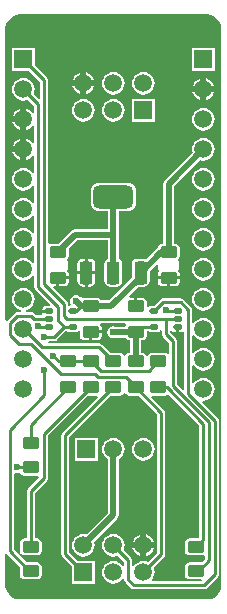
<source format=gtl>
G04 Layer_Physical_Order=1*
G04 Layer_Color=255*
%FSLAX44Y44*%
%MOMM*%
G71*
G01*
G75*
G04:AMPARAMS|DCode=10|XSize=1.4mm|YSize=1mm|CornerRadius=0.125mm|HoleSize=0mm|Usage=FLASHONLY|Rotation=0.000|XOffset=0mm|YOffset=0mm|HoleType=Round|Shape=RoundedRectangle|*
%AMROUNDEDRECTD10*
21,1,1.4000,0.7500,0,0,0.0*
21,1,1.1500,1.0000,0,0,0.0*
1,1,0.2500,0.5750,-0.3750*
1,1,0.2500,-0.5750,-0.3750*
1,1,0.2500,-0.5750,0.3750*
1,1,0.2500,0.5750,0.3750*
%
%ADD10ROUNDEDRECTD10*%
G04:AMPARAMS|DCode=11|XSize=0.4572mm|YSize=0.762mm|CornerRadius=0.1143mm|HoleSize=0mm|Usage=FLASHONLY|Rotation=90.000|XOffset=0mm|YOffset=0mm|HoleType=Round|Shape=RoundedRectangle|*
%AMROUNDEDRECTD11*
21,1,0.4572,0.5334,0,0,90.0*
21,1,0.2286,0.7620,0,0,90.0*
1,1,0.2286,0.2667,0.1143*
1,1,0.2286,0.2667,-0.1143*
1,1,0.2286,-0.2667,-0.1143*
1,1,0.2286,-0.2667,0.1143*
%
%ADD11ROUNDEDRECTD11*%
G04:AMPARAMS|DCode=12|XSize=3.4mm|YSize=1.95mm|CornerRadius=0.4875mm|HoleSize=0mm|Usage=FLASHONLY|Rotation=0.000|XOffset=0mm|YOffset=0mm|HoleType=Round|Shape=RoundedRectangle|*
%AMROUNDEDRECTD12*
21,1,3.4000,0.9750,0,0,0.0*
21,1,2.4250,1.9500,0,0,0.0*
1,1,0.9750,1.2125,-0.4875*
1,1,0.9750,-1.2125,-0.4875*
1,1,0.9750,-1.2125,0.4875*
1,1,0.9750,1.2125,0.4875*
%
%ADD12ROUNDEDRECTD12*%
G04:AMPARAMS|DCode=13|XSize=1.1mm|YSize=1.95mm|CornerRadius=0.275mm|HoleSize=0mm|Usage=FLASHONLY|Rotation=0.000|XOffset=0mm|YOffset=0mm|HoleType=Round|Shape=RoundedRectangle|*
%AMROUNDEDRECTD13*
21,1,1.1000,1.4000,0,0,0.0*
21,1,0.5500,1.9500,0,0,0.0*
1,1,0.5500,0.2750,-0.7000*
1,1,0.5500,-0.2750,-0.7000*
1,1,0.5500,-0.2750,0.7000*
1,1,0.5500,0.2750,0.7000*
%
%ADD13ROUNDEDRECTD13*%
%ADD14C,0.5080*%
%ADD15C,0.2540*%
%ADD16R,1.5000X1.5000*%
%ADD17C,1.5000*%
%ADD18R,1.5000X1.5000*%
%ADD19C,0.6000*%
G36*
X147066Y226506D02*
X148463D01*
X149702Y226752D01*
X150303Y227154D01*
X151573Y226571D01*
Y177427D01*
X150400Y176941D01*
X145607Y181735D01*
Y218440D01*
X145350Y219728D01*
X144621Y220821D01*
X139257Y226185D01*
Y227537D01*
X140527Y227923D01*
X140840Y227454D01*
X141890Y226752D01*
X143129Y226506D01*
X144526D01*
Y230886D01*
X147066D01*
Y226506D01*
D02*
G37*
G36*
X132523Y227537D02*
Y224790D01*
X132780Y223502D01*
X133509Y222409D01*
X138873Y217045D01*
Y208003D01*
X137910Y207635D01*
X137603Y207574D01*
X136571Y208264D01*
X135290Y208518D01*
X123790D01*
X122509Y208264D01*
X121424Y207538D01*
X120698Y206453D01*
X120662Y206272D01*
X119368D01*
X119332Y206453D01*
X118606Y207538D01*
X117521Y208264D01*
X116240Y208518D01*
X115152D01*
Y219472D01*
X116240D01*
X117521Y219726D01*
X118606Y220452D01*
X119332Y221537D01*
X119586Y222818D01*
Y227519D01*
X120984D01*
X121028Y227454D01*
X122078Y226752D01*
X123317Y226506D01*
X128651D01*
X129890Y226752D01*
X130940Y227454D01*
X131253Y227923D01*
X132523Y227537D01*
D02*
G37*
G36*
X173884Y494812D02*
X176196Y493855D01*
X178276Y492465D01*
X180045Y490696D01*
X181435Y488616D01*
X182392Y486304D01*
X182880Y483851D01*
Y482600D01*
X182880Y12700D01*
X182880Y11449D01*
X182392Y8996D01*
X181435Y6684D01*
X180045Y4604D01*
X178276Y2835D01*
X176196Y1445D01*
X173884Y488D01*
X171431Y-0D01*
X170180Y0D01*
X12700D01*
X11449Y-0D01*
X8996Y488D01*
X6684Y1445D01*
X4604Y2835D01*
X2835Y4604D01*
X1445Y6684D01*
X488Y8995D01*
X-0Y11449D01*
X0Y12700D01*
Y38113D01*
X1270Y38498D01*
X1429Y38259D01*
X12494Y27195D01*
Y20380D01*
X12748Y19099D01*
X13474Y18014D01*
X14559Y17288D01*
X15840Y17034D01*
X27340D01*
X28621Y17288D01*
X29706Y18014D01*
X30432Y19099D01*
X30686Y20380D01*
Y27880D01*
X30432Y29161D01*
X29706Y30246D01*
X28621Y30972D01*
X27340Y31226D01*
X17985D01*
X7177Y42035D01*
Y106290D01*
X8447Y106970D01*
X10160Y106629D01*
X11423Y106881D01*
X12748Y106729D01*
X13474Y105644D01*
X14559Y104918D01*
X15840Y104664D01*
X27340D01*
X27646Y104725D01*
X28759Y103711D01*
X28788Y103399D01*
X19209Y93821D01*
X18480Y92728D01*
X18223Y91440D01*
Y51546D01*
X15840D01*
X14559Y51292D01*
X13474Y50566D01*
X12748Y49481D01*
X12494Y48200D01*
Y40700D01*
X12748Y39419D01*
X13474Y38334D01*
X14559Y37608D01*
X15840Y37354D01*
X27340D01*
X28621Y37608D01*
X29706Y38334D01*
X30432Y39419D01*
X30686Y40700D01*
Y48200D01*
X30432Y49481D01*
X29706Y50566D01*
X28621Y51292D01*
X27340Y51546D01*
X24957D01*
Y90045D01*
X35401Y100489D01*
X36130Y101582D01*
X36387Y102870D01*
Y138813D01*
X70055Y172482D01*
X77786D01*
X78287Y171595D01*
X78345Y171245D01*
X48419Y141319D01*
X47690Y140226D01*
X47433Y138938D01*
Y38100D01*
X47690Y36812D01*
X48419Y35719D01*
X56508Y27631D01*
Y13328D01*
X75572D01*
Y32392D01*
X61269D01*
X54167Y39495D01*
Y137543D01*
X89105Y172482D01*
X97190D01*
X98471Y172736D01*
X99556Y173462D01*
X100282Y174547D01*
X100318Y174728D01*
X101612D01*
X101648Y174547D01*
X102374Y173462D01*
X103459Y172736D01*
X104740Y172482D01*
X112825D01*
X128713Y156594D01*
Y39495D01*
X120769Y31550D01*
X119328Y32147D01*
X116840Y32474D01*
X114352Y32147D01*
X112033Y31186D01*
X110042Y29658D01*
X108777Y28010D01*
X107507Y28441D01*
Y33020D01*
X107250Y34308D01*
X106521Y35401D01*
X100130Y41791D01*
X100727Y43232D01*
X101054Y45720D01*
X100727Y48208D01*
X99766Y50527D01*
X98238Y52518D01*
X96247Y54046D01*
X93928Y55007D01*
X91440Y55334D01*
X88952Y55007D01*
X86633Y54046D01*
X84642Y52518D01*
X83114Y50527D01*
X82153Y48208D01*
X81826Y45720D01*
X82153Y43232D01*
X83114Y40913D01*
X84642Y38922D01*
X86633Y37394D01*
X88952Y36433D01*
X91440Y36106D01*
X93928Y36433D01*
X95369Y37030D01*
X100773Y31625D01*
Y28441D01*
X99503Y28010D01*
X98238Y29658D01*
X96247Y31186D01*
X93928Y32147D01*
X91440Y32474D01*
X88952Y32147D01*
X86633Y31186D01*
X84642Y29658D01*
X83114Y27667D01*
X82153Y25348D01*
X81826Y22860D01*
X82153Y20372D01*
X83114Y18053D01*
X84642Y16062D01*
X86633Y14534D01*
X88952Y13573D01*
X91440Y13246D01*
X93928Y13573D01*
X96247Y14534D01*
X98238Y16062D01*
X99503Y17710D01*
X100773Y17279D01*
Y16510D01*
X101030Y15222D01*
X101759Y14129D01*
X106211Y9677D01*
X107304Y8948D01*
X108592Y8691D01*
X168268D01*
X169556Y8948D01*
X170649Y9677D01*
X180181Y19209D01*
X180910Y20302D01*
X181167Y21590D01*
Y151246D01*
X180910Y152534D01*
X180181Y153626D01*
X166712Y167095D01*
X167274Y168234D01*
X167640Y168186D01*
X170128Y168513D01*
X172447Y169474D01*
X174438Y171002D01*
X175966Y172993D01*
X176927Y175312D01*
X177254Y177800D01*
X176927Y180288D01*
X175966Y182607D01*
X174438Y184598D01*
X172447Y186126D01*
X170128Y187087D01*
X167640Y187414D01*
X165152Y187087D01*
X162833Y186126D01*
X160842Y184598D01*
X159577Y182950D01*
X158307Y183381D01*
Y197619D01*
X159577Y198050D01*
X160842Y196402D01*
X162833Y194874D01*
X165152Y193913D01*
X167640Y193586D01*
X170128Y193913D01*
X172447Y194874D01*
X174438Y196402D01*
X175966Y198393D01*
X176927Y200712D01*
X177254Y203200D01*
X176927Y205688D01*
X175966Y208007D01*
X174438Y209998D01*
X172447Y211526D01*
X170128Y212487D01*
X167640Y212814D01*
X165152Y212487D01*
X162833Y211526D01*
X160842Y209998D01*
X159577Y208350D01*
X158307Y208781D01*
Y223019D01*
X159577Y223450D01*
X160842Y221802D01*
X162833Y220274D01*
X165152Y219313D01*
X167640Y218986D01*
X170128Y219313D01*
X172447Y220274D01*
X174438Y221802D01*
X175966Y223793D01*
X176927Y226112D01*
X177254Y228600D01*
X176927Y231088D01*
X175966Y233407D01*
X174438Y235398D01*
X172447Y236926D01*
X170128Y237887D01*
X167640Y238214D01*
X165152Y237887D01*
X162833Y236926D01*
X160842Y235398D01*
X159577Y233750D01*
X158307Y234181D01*
Y245110D01*
X158307Y245110D01*
X158050Y246398D01*
X157321Y247491D01*
X151019Y253793D01*
X149926Y254522D01*
X148638Y254779D01*
X133280D01*
X131991Y254522D01*
X130899Y253793D01*
X127207Y250101D01*
X127162Y250034D01*
X125603Y248474D01*
X123317D01*
X122078Y248228D01*
X121028Y247526D01*
X120856Y247269D01*
X119586Y247654D01*
Y252162D01*
X119332Y253443D01*
X118606Y254528D01*
X117521Y255254D01*
X116240Y255508D01*
X111760D01*
Y248412D01*
X109220D01*
Y255508D01*
X105147D01*
X104601Y256568D01*
X104579Y256737D01*
X112577Y264734D01*
X117190D01*
X119056Y265105D01*
X120638Y266162D01*
X121694Y267744D01*
X122066Y269610D01*
Y277643D01*
X128367Y283944D01*
X129540Y283458D01*
Y279654D01*
X130357Y278838D01*
X130314Y278404D01*
X129588Y277319D01*
X129334Y276038D01*
Y273558D01*
X138430D01*
X147526D01*
Y276038D01*
X147272Y277319D01*
X146546Y278404D01*
X146503Y278838D01*
X147320Y279654D01*
Y286766D01*
X146503Y287582D01*
X146546Y288016D01*
X147272Y289101D01*
X147526Y290382D01*
Y297882D01*
X147272Y299163D01*
X146546Y300248D01*
X145461Y300974D01*
X144180Y301228D01*
X143092D01*
Y349859D01*
X165006Y371774D01*
X165152Y371713D01*
X167640Y371386D01*
X170128Y371713D01*
X172447Y372674D01*
X174438Y374202D01*
X175966Y376193D01*
X176927Y378512D01*
X177254Y381000D01*
X176927Y383488D01*
X175966Y385807D01*
X174438Y387798D01*
X172447Y389326D01*
X170128Y390287D01*
X167640Y390614D01*
X165152Y390287D01*
X162833Y389326D01*
X160842Y387798D01*
X159314Y385807D01*
X158353Y383488D01*
X158026Y381000D01*
X158353Y378512D01*
X158414Y378366D01*
X135134Y355086D01*
X134123Y353574D01*
X133768Y351790D01*
Y301228D01*
X132680D01*
X131399Y300974D01*
X130314Y300248D01*
X129588Y299163D01*
X129334Y297882D01*
Y297875D01*
X128666Y297428D01*
X119233Y287996D01*
X119056Y288114D01*
X117190Y288486D01*
X111690D01*
X109824Y288114D01*
X108242Y287058D01*
X107185Y285476D01*
X106814Y283610D01*
Y272157D01*
X87731Y253074D01*
X81305D01*
X81232Y253443D01*
X80506Y254528D01*
X79421Y255254D01*
X78140Y255508D01*
X66640D01*
X65360Y255254D01*
X63753Y255707D01*
X63318Y256358D01*
X61653Y257470D01*
X59690Y257861D01*
X57727Y257470D01*
X56062Y256358D01*
X54950Y254693D01*
X54559Y252730D01*
X54950Y250767D01*
X55362Y250150D01*
X54773Y248908D01*
X53862Y248769D01*
X52897Y249583D01*
Y250190D01*
X52640Y251478D01*
X51911Y252571D01*
X40463Y264018D01*
X40949Y265192D01*
X43180D01*
Y272288D01*
X44450D01*
Y273558D01*
X53546D01*
Y276038D01*
X53292Y277319D01*
X52566Y278404D01*
X52523Y278838D01*
X53340Y279654D01*
Y286766D01*
X52523Y287582D01*
X52566Y288016D01*
X53292Y289101D01*
X53546Y290382D01*
Y296636D01*
X60859Y303948D01*
X86778D01*
Y288084D01*
X85242Y287058D01*
X84185Y285476D01*
X83814Y283610D01*
Y269610D01*
X84185Y267744D01*
X85242Y266162D01*
X86824Y265105D01*
X88690Y264734D01*
X94190D01*
X96056Y265105D01*
X97638Y266162D01*
X98694Y267744D01*
X99066Y269610D01*
Y283610D01*
X98694Y285476D01*
X97638Y287058D01*
X96102Y288084D01*
Y306529D01*
X96180Y306647D01*
X96571Y308610D01*
X96180Y310573D01*
X96102Y310691D01*
Y328769D01*
X103565D01*
X105368Y329006D01*
X107048Y329702D01*
X108491Y330809D01*
X109598Y332252D01*
X110294Y333932D01*
X110532Y335735D01*
Y345485D01*
X110294Y347288D01*
X109598Y348968D01*
X108491Y350411D01*
X107048Y351518D01*
X105368Y352214D01*
X103565Y352452D01*
X79315D01*
X77512Y352214D01*
X75832Y351518D01*
X74389Y350411D01*
X73282Y348968D01*
X72586Y347288D01*
X72348Y345485D01*
Y335735D01*
X72586Y333932D01*
X73282Y332252D01*
X74389Y330809D01*
X75832Y329702D01*
X77512Y329006D01*
X79315Y328769D01*
X86778D01*
Y313272D01*
X58928D01*
X57144Y312917D01*
X55632Y311906D01*
X44954Y301228D01*
X38700D01*
X37657Y301021D01*
X36387Y301695D01*
Y439420D01*
X36130Y440708D01*
X35401Y441801D01*
X24772Y452429D01*
Y466732D01*
X5708D01*
Y447668D01*
X20011D01*
X29653Y438026D01*
Y423807D01*
X28480Y423321D01*
X23930Y427871D01*
X24527Y429312D01*
X24854Y431800D01*
X24527Y434288D01*
X23566Y436607D01*
X22038Y438598D01*
X20047Y440126D01*
X17728Y441087D01*
X15240Y441414D01*
X12752Y441087D01*
X10433Y440126D01*
X8442Y438598D01*
X6914Y436607D01*
X5953Y434288D01*
X5626Y431800D01*
X5953Y429312D01*
X6914Y426993D01*
X8442Y425002D01*
X10433Y423474D01*
X12752Y422513D01*
X15240Y422186D01*
X17728Y422513D01*
X19169Y423110D01*
X24573Y417705D01*
Y411981D01*
X23303Y411550D01*
X22038Y413198D01*
X20047Y414726D01*
X17780Y415665D01*
Y406400D01*
Y397135D01*
X20047Y398074D01*
X22038Y399602D01*
X23303Y401250D01*
X24573Y400819D01*
Y386581D01*
X23303Y386150D01*
X22038Y387798D01*
X20047Y389326D01*
X17780Y390265D01*
Y381000D01*
Y371735D01*
X20047Y372674D01*
X22038Y374202D01*
X23303Y375850D01*
X24573Y375419D01*
Y361181D01*
X23303Y360750D01*
X22038Y362398D01*
X20047Y363926D01*
X17728Y364887D01*
X15240Y365214D01*
X12752Y364887D01*
X10433Y363926D01*
X8442Y362398D01*
X6914Y360407D01*
X5953Y358088D01*
X5626Y355600D01*
X5953Y353112D01*
X6914Y350793D01*
X8442Y348802D01*
X10433Y347274D01*
X12752Y346313D01*
X15240Y345986D01*
X17728Y346313D01*
X20047Y347274D01*
X22038Y348802D01*
X23303Y350450D01*
X24573Y350019D01*
Y335781D01*
X23303Y335350D01*
X22038Y336998D01*
X20047Y338526D01*
X17728Y339487D01*
X15240Y339814D01*
X12752Y339487D01*
X10433Y338526D01*
X8442Y336998D01*
X6914Y335007D01*
X5953Y332688D01*
X5626Y330200D01*
X5953Y327712D01*
X6914Y325393D01*
X8442Y323402D01*
X10433Y321874D01*
X12752Y320913D01*
X15240Y320586D01*
X17728Y320913D01*
X20047Y321874D01*
X22038Y323402D01*
X23303Y325050D01*
X24573Y324619D01*
Y310381D01*
X23303Y309950D01*
X22038Y311598D01*
X20047Y313126D01*
X17728Y314087D01*
X15240Y314414D01*
X12752Y314087D01*
X10433Y313126D01*
X8442Y311598D01*
X6914Y309607D01*
X5953Y307288D01*
X5626Y304800D01*
X5953Y302312D01*
X6914Y299993D01*
X8442Y298002D01*
X10433Y296474D01*
X12752Y295513D01*
X15240Y295186D01*
X17728Y295513D01*
X20047Y296474D01*
X22038Y298002D01*
X23303Y299650D01*
X24573Y299219D01*
Y284981D01*
X23303Y284550D01*
X22038Y286198D01*
X20047Y287726D01*
X17728Y288687D01*
X15240Y289014D01*
X12752Y288687D01*
X10433Y287726D01*
X8442Y286198D01*
X6914Y284207D01*
X5953Y281888D01*
X5626Y279400D01*
X5953Y276912D01*
X6914Y274593D01*
X8442Y272602D01*
X10433Y271074D01*
X12752Y270113D01*
X15240Y269786D01*
X17728Y270113D01*
X20047Y271074D01*
X22038Y272602D01*
X23303Y274250D01*
X24573Y273819D01*
Y264160D01*
X24830Y262872D01*
X25559Y261779D01*
X37691Y249648D01*
X37205Y248474D01*
X34417D01*
X33178Y248228D01*
X32128Y247526D01*
X31426Y246476D01*
X31205Y245364D01*
X37084D01*
Y242824D01*
X31205D01*
X31344Y242127D01*
X30587Y240857D01*
X25524D01*
X23971Y242411D01*
X22878Y243140D01*
X21590Y243397D01*
X17457D01*
X17374Y244667D01*
X17728Y244713D01*
X20047Y245674D01*
X22038Y247202D01*
X23566Y249193D01*
X24527Y251512D01*
X24854Y254000D01*
X24527Y256488D01*
X23566Y258807D01*
X22038Y260798D01*
X20047Y262326D01*
X17728Y263287D01*
X15240Y263614D01*
X12752Y263287D01*
X10433Y262326D01*
X8442Y260798D01*
X6914Y258807D01*
X5953Y256488D01*
X5626Y254000D01*
X5953Y251512D01*
X6914Y249193D01*
X8442Y247202D01*
X10433Y245674D01*
X12752Y244713D01*
X13106Y244667D01*
X13023Y243397D01*
X10160D01*
X8872Y243140D01*
X7779Y242411D01*
X1429Y236061D01*
X1270Y235822D01*
X0Y236207D01*
Y482600D01*
Y483851D01*
X488Y486304D01*
X1445Y488616D01*
X2835Y490696D01*
X4604Y492465D01*
X6684Y493855D01*
X8996Y494812D01*
X11449Y495300D01*
X171431D01*
X173884Y494812D01*
D02*
G37*
G36*
X101600Y233934D02*
X102416Y233118D01*
X102374Y232684D01*
X101648Y231599D01*
X101474Y230722D01*
X93521D01*
X93403Y230800D01*
X91440Y231191D01*
X89477Y230800D01*
X87812Y229688D01*
X86700Y228023D01*
X86309Y226060D01*
X86700Y224097D01*
X87812Y222432D01*
X89477Y221320D01*
X91440Y220929D01*
X93403Y221320D01*
X93521Y221398D01*
X101741D01*
X102374Y220452D01*
X103459Y219726D01*
X104740Y219472D01*
X105828D01*
Y208518D01*
X104740D01*
X103459Y208264D01*
X102374Y207538D01*
X101648Y206453D01*
X101612Y206272D01*
X100318D01*
X100282Y206453D01*
X99556Y207538D01*
X98471Y208264D01*
X97190Y208518D01*
X89105D01*
X81883Y215741D01*
X80790Y216470D01*
X79502Y216727D01*
X36097D01*
X35712Y217997D01*
X36648Y218622D01*
X36822Y218883D01*
X41148D01*
X42436Y219140D01*
X43529Y219869D01*
X50779Y227120D01*
X51940Y227454D01*
X52990Y226752D01*
X54229Y226506D01*
X59563D01*
X60802Y226752D01*
X61852Y227454D01*
X62024Y227711D01*
X63294Y227326D01*
Y222818D01*
X63548Y221537D01*
X64274Y220452D01*
X65359Y219726D01*
X66640Y219472D01*
X71120D01*
Y226568D01*
X72390D01*
Y227838D01*
X81486D01*
Y230318D01*
X81232Y231599D01*
X80506Y232684D01*
X80463Y233118D01*
X81280Y233934D01*
Y234123D01*
X101600D01*
Y233934D01*
D02*
G37*
G36*
X164273Y147080D02*
Y52194D01*
X163625Y51546D01*
X155540D01*
X154259Y51291D01*
X153174Y50566D01*
X152448Y49481D01*
X152194Y48200D01*
Y40700D01*
X152448Y39419D01*
X153174Y38334D01*
X154259Y37608D01*
X155540Y37354D01*
X167040D01*
X168083Y37561D01*
X169353Y36887D01*
Y34415D01*
X166165Y31226D01*
X155540D01*
X154259Y30972D01*
X153174Y30246D01*
X152448Y29161D01*
X152194Y27880D01*
Y20380D01*
X152448Y19099D01*
X153174Y18014D01*
X154259Y17288D01*
X155540Y17034D01*
X165622D01*
X166386Y15764D01*
X166266Y15538D01*
X166095Y15425D01*
X124750D01*
X124124Y16695D01*
X125166Y18053D01*
X126127Y20372D01*
X126454Y22860D01*
X126127Y25348D01*
X125530Y26789D01*
X134461Y35719D01*
X135190Y36812D01*
X135447Y38100D01*
Y157988D01*
X135190Y159276D01*
X134461Y160369D01*
X123585Y171245D01*
X123643Y171595D01*
X124144Y172482D01*
X135290D01*
X136571Y172736D01*
X137656Y173462D01*
X137870Y173483D01*
X164273Y147080D01*
D02*
G37*
%LPC*%
G36*
X53546Y271018D02*
X45720D01*
Y265192D01*
X50200D01*
X51481Y265446D01*
X52566Y266172D01*
X53292Y267257D01*
X53546Y268538D01*
Y271018D01*
D02*
G37*
G36*
X137160D02*
X129334D01*
Y268538D01*
X129588Y267257D01*
X130314Y266172D01*
X131399Y265446D01*
X132680Y265192D01*
X137160D01*
Y271018D01*
D02*
G37*
G36*
X76066Y275340D02*
X69710D01*
Y264734D01*
X71190D01*
X73056Y265105D01*
X74638Y266162D01*
X75694Y267744D01*
X76066Y269610D01*
Y275340D01*
D02*
G37*
G36*
X67170D02*
X60814D01*
Y269610D01*
X61185Y267744D01*
X62242Y266162D01*
X63824Y265105D01*
X65690Y264734D01*
X67170D01*
Y275340D01*
D02*
G37*
G36*
Y288486D02*
X65690D01*
X63824Y288114D01*
X62242Y287058D01*
X61185Y285476D01*
X60814Y283610D01*
Y277880D01*
X67170D01*
Y288486D01*
D02*
G37*
G36*
X71190D02*
X69710D01*
Y277880D01*
X76066D01*
Y283610D01*
X75694Y285476D01*
X74638Y287058D01*
X73056Y288114D01*
X71190Y288486D01*
D02*
G37*
G36*
X147526Y271018D02*
X139700D01*
Y265192D01*
X144180D01*
X145461Y265446D01*
X146546Y266172D01*
X147272Y267257D01*
X147526Y268538D01*
Y271018D01*
D02*
G37*
G36*
X167640Y289014D02*
X165152Y288687D01*
X162833Y287726D01*
X160842Y286198D01*
X159314Y284207D01*
X158353Y281888D01*
X158026Y279400D01*
X158353Y276912D01*
X159314Y274593D01*
X160842Y272602D01*
X162833Y271074D01*
X165152Y270113D01*
X167640Y269786D01*
X170128Y270113D01*
X172447Y271074D01*
X174438Y272602D01*
X175966Y274593D01*
X176927Y276912D01*
X177254Y279400D01*
X176927Y281888D01*
X175966Y284207D01*
X174438Y286198D01*
X172447Y287726D01*
X170128Y288687D01*
X167640Y289014D01*
D02*
G37*
G36*
X116840Y136614D02*
X114352Y136287D01*
X112033Y135326D01*
X110042Y133798D01*
X108514Y131807D01*
X107553Y129488D01*
X107226Y127000D01*
X107553Y124512D01*
X108514Y122193D01*
X110042Y120202D01*
X112033Y118674D01*
X114352Y117713D01*
X116840Y117386D01*
X119328Y117713D01*
X121647Y118674D01*
X123638Y120202D01*
X125166Y122193D01*
X126127Y124512D01*
X126454Y127000D01*
X126127Y129488D01*
X125166Y131807D01*
X123638Y133798D01*
X121647Y135326D01*
X119328Y136287D01*
X116840Y136614D01*
D02*
G37*
G36*
X78112Y136532D02*
X59048D01*
Y117468D01*
X78112D01*
Y136532D01*
D02*
G37*
G36*
X119380Y54985D02*
Y48260D01*
X126105D01*
X125166Y50527D01*
X123638Y52518D01*
X121647Y54046D01*
X119380Y54985D01*
D02*
G37*
G36*
X91440Y136614D02*
X88952Y136287D01*
X86633Y135326D01*
X84642Y133798D01*
X83114Y131807D01*
X82153Y129488D01*
X81826Y127000D01*
X82153Y124512D01*
X83114Y122193D01*
X84642Y120202D01*
X86633Y118674D01*
X86778Y118614D01*
Y73051D01*
X68674Y54946D01*
X68528Y55007D01*
X66040Y55334D01*
X63552Y55007D01*
X61233Y54046D01*
X59242Y52518D01*
X57714Y50527D01*
X56753Y48208D01*
X56426Y45720D01*
X56753Y43232D01*
X57714Y40913D01*
X59242Y38922D01*
X61233Y37394D01*
X63552Y36433D01*
X66040Y36106D01*
X68528Y36433D01*
X70847Y37394D01*
X72838Y38922D01*
X74366Y40913D01*
X75327Y43232D01*
X75654Y45720D01*
X75327Y48208D01*
X75266Y48354D01*
X94736Y67824D01*
X95747Y69336D01*
X96102Y71120D01*
Y118614D01*
X96247Y118674D01*
X98238Y120202D01*
X99766Y122193D01*
X100727Y124512D01*
X101054Y127000D01*
X100727Y129488D01*
X99766Y131807D01*
X98238Y133798D01*
X96247Y135326D01*
X93928Y136287D01*
X91440Y136614D01*
D02*
G37*
G36*
X114300Y43180D02*
X107575D01*
X108514Y40913D01*
X110042Y38922D01*
X112033Y37394D01*
X114300Y36455D01*
Y43180D01*
D02*
G37*
G36*
X167640Y263614D02*
X165152Y263287D01*
X162833Y262326D01*
X160842Y260798D01*
X159314Y258807D01*
X158353Y256488D01*
X158026Y254000D01*
X158353Y251512D01*
X159314Y249193D01*
X160842Y247202D01*
X162833Y245674D01*
X165152Y244713D01*
X167640Y244386D01*
X170128Y244713D01*
X172447Y245674D01*
X174438Y247202D01*
X175966Y249193D01*
X176927Y251512D01*
X177254Y254000D01*
X176927Y256488D01*
X175966Y258807D01*
X174438Y260798D01*
X172447Y262326D01*
X170128Y263287D01*
X167640Y263614D01*
D02*
G37*
G36*
X114300Y54985D02*
X112033Y54046D01*
X110042Y52518D01*
X108514Y50527D01*
X107575Y48260D01*
X114300D01*
Y54985D01*
D02*
G37*
G36*
X126105Y43180D02*
X119380D01*
Y36455D01*
X121647Y37394D01*
X123638Y38922D01*
X125166Y40913D01*
X126105Y43180D01*
D02*
G37*
G36*
X167640Y314414D02*
X165152Y314087D01*
X162833Y313126D01*
X160842Y311598D01*
X159314Y309607D01*
X158353Y307288D01*
X158026Y304800D01*
X158353Y302312D01*
X159314Y299993D01*
X160842Y298002D01*
X162833Y296474D01*
X165152Y295513D01*
X167640Y295186D01*
X170128Y295513D01*
X172447Y296474D01*
X174438Y298002D01*
X175966Y299993D01*
X176927Y302312D01*
X177254Y304800D01*
X176927Y307288D01*
X175966Y309607D01*
X174438Y311598D01*
X172447Y313126D01*
X170128Y314087D01*
X167640Y314414D01*
D02*
G37*
G36*
X63500Y434340D02*
X56775D01*
X57714Y432073D01*
X59242Y430082D01*
X61233Y428554D01*
X63500Y427615D01*
Y434340D01*
D02*
G37*
G36*
X75305D02*
X68580D01*
Y427615D01*
X70847Y428554D01*
X72838Y430082D01*
X74366Y432073D01*
X75305Y434340D01*
D02*
G37*
G36*
X116840Y446494D02*
X114352Y446167D01*
X112033Y445206D01*
X110042Y443678D01*
X108514Y441687D01*
X107553Y439368D01*
X107226Y436880D01*
X107553Y434392D01*
X108514Y432073D01*
X110042Y430082D01*
X112033Y428554D01*
X114352Y427593D01*
X116840Y427266D01*
X119328Y427593D01*
X121647Y428554D01*
X123638Y430082D01*
X125166Y432073D01*
X126127Y434392D01*
X126454Y436880D01*
X126127Y439368D01*
X125166Y441687D01*
X123638Y443678D01*
X121647Y445206D01*
X119328Y446167D01*
X116840Y446494D01*
D02*
G37*
G36*
X176905Y429260D02*
X170180D01*
Y422535D01*
X172447Y423474D01*
X174438Y425002D01*
X175966Y426993D01*
X176905Y429260D01*
D02*
G37*
G36*
X91440Y446494D02*
X88952Y446167D01*
X86633Y445206D01*
X84642Y443678D01*
X83114Y441687D01*
X82153Y439368D01*
X81826Y436880D01*
X82153Y434392D01*
X83114Y432073D01*
X84642Y430082D01*
X86633Y428554D01*
X88952Y427593D01*
X91440Y427266D01*
X93928Y427593D01*
X96247Y428554D01*
X98238Y430082D01*
X99766Y432073D01*
X100727Y434392D01*
X101054Y436880D01*
X100727Y439368D01*
X99766Y441687D01*
X98238Y443678D01*
X96247Y445206D01*
X93928Y446167D01*
X91440Y446494D01*
D02*
G37*
G36*
X68580Y446145D02*
Y439420D01*
X75305D01*
X74366Y441687D01*
X72838Y443678D01*
X70847Y445206D01*
X68580Y446145D01*
D02*
G37*
G36*
X177172Y466732D02*
X158108D01*
Y447668D01*
X177172D01*
Y466732D01*
D02*
G37*
G36*
X63500Y446145D02*
X61233Y445206D01*
X59242Y443678D01*
X57714Y441687D01*
X56775Y439420D01*
X63500D01*
Y446145D01*
D02*
G37*
G36*
X165100Y441065D02*
X162833Y440126D01*
X160842Y438598D01*
X159314Y436607D01*
X158375Y434340D01*
X165100D01*
Y441065D01*
D02*
G37*
G36*
X170180D02*
Y434340D01*
X176905D01*
X175966Y436607D01*
X174438Y438598D01*
X172447Y440126D01*
X170180Y441065D01*
D02*
G37*
G36*
X165100Y429260D02*
X158375D01*
X159314Y426993D01*
X160842Y425002D01*
X162833Y423474D01*
X165100Y422535D01*
Y429260D01*
D02*
G37*
G36*
X12700Y390265D02*
X10433Y389326D01*
X8442Y387798D01*
X6914Y385807D01*
X5975Y383540D01*
X12700D01*
Y390265D01*
D02*
G37*
G36*
X167640Y416014D02*
X165152Y415687D01*
X162833Y414726D01*
X160842Y413198D01*
X159314Y411207D01*
X158353Y408888D01*
X158026Y406400D01*
X158353Y403912D01*
X159314Y401593D01*
X160842Y399602D01*
X162833Y398074D01*
X165152Y397113D01*
X167640Y396786D01*
X170128Y397113D01*
X172447Y398074D01*
X174438Y399602D01*
X175966Y401593D01*
X176927Y403912D01*
X177254Y406400D01*
X176927Y408888D01*
X175966Y411207D01*
X174438Y413198D01*
X172447Y414726D01*
X170128Y415687D01*
X167640Y416014D01*
D02*
G37*
G36*
X12700Y378460D02*
X5975D01*
X6914Y376193D01*
X8442Y374202D01*
X10433Y372674D01*
X12700Y371735D01*
Y378460D01*
D02*
G37*
G36*
X167640Y339814D02*
X165152Y339487D01*
X162833Y338526D01*
X160842Y336998D01*
X159314Y335007D01*
X158353Y332688D01*
X158026Y330200D01*
X158353Y327712D01*
X159314Y325393D01*
X160842Y323402D01*
X162833Y321874D01*
X165152Y320913D01*
X167640Y320586D01*
X170128Y320913D01*
X172447Y321874D01*
X174438Y323402D01*
X175966Y325393D01*
X176927Y327712D01*
X177254Y330200D01*
X176927Y332688D01*
X175966Y335007D01*
X174438Y336998D01*
X172447Y338526D01*
X170128Y339487D01*
X167640Y339814D01*
D02*
G37*
G36*
Y365214D02*
X165152Y364887D01*
X162833Y363926D01*
X160842Y362398D01*
X159314Y360407D01*
X158353Y358088D01*
X158026Y355600D01*
X158353Y353112D01*
X159314Y350793D01*
X160842Y348802D01*
X162833Y347274D01*
X165152Y346313D01*
X167640Y345986D01*
X170128Y346313D01*
X172447Y347274D01*
X174438Y348802D01*
X175966Y350793D01*
X176927Y353112D01*
X177254Y355600D01*
X176927Y358088D01*
X175966Y360407D01*
X174438Y362398D01*
X172447Y363926D01*
X170128Y364887D01*
X167640Y365214D01*
D02*
G37*
G36*
X126372Y423552D02*
X107308D01*
Y404488D01*
X126372D01*
Y423552D01*
D02*
G37*
G36*
X12700Y415665D02*
X10433Y414726D01*
X8442Y413198D01*
X6914Y411207D01*
X5975Y408940D01*
X12700D01*
Y415665D01*
D02*
G37*
G36*
X91440Y423634D02*
X88952Y423307D01*
X86633Y422346D01*
X84642Y420818D01*
X83114Y418827D01*
X82153Y416508D01*
X81826Y414020D01*
X82153Y411532D01*
X83114Y409213D01*
X84642Y407222D01*
X86633Y405694D01*
X88952Y404733D01*
X91440Y404406D01*
X93928Y404733D01*
X96247Y405694D01*
X98238Y407222D01*
X99766Y409213D01*
X100727Y411532D01*
X101054Y414020D01*
X100727Y416508D01*
X99766Y418827D01*
X98238Y420818D01*
X96247Y422346D01*
X93928Y423307D01*
X91440Y423634D01*
D02*
G37*
G36*
X12700Y403860D02*
X5975D01*
X6914Y401593D01*
X8442Y399602D01*
X10433Y398074D01*
X12700Y397135D01*
Y403860D01*
D02*
G37*
G36*
X66040Y423634D02*
X63552Y423307D01*
X61233Y422346D01*
X59242Y420818D01*
X57714Y418827D01*
X56753Y416508D01*
X56426Y414020D01*
X56753Y411532D01*
X57714Y409213D01*
X59242Y407222D01*
X61233Y405694D01*
X63552Y404733D01*
X66040Y404406D01*
X68528Y404733D01*
X70847Y405694D01*
X72838Y407222D01*
X74366Y409213D01*
X75327Y411532D01*
X75654Y414020D01*
X75327Y416508D01*
X74366Y418827D01*
X72838Y420818D01*
X70847Y422346D01*
X68528Y423307D01*
X66040Y423634D01*
D02*
G37*
G36*
X81486Y225298D02*
X73660D01*
Y219472D01*
X78140D01*
X79421Y219726D01*
X80506Y220452D01*
X81232Y221537D01*
X81486Y222818D01*
Y225298D01*
D02*
G37*
%LPD*%
D10*
X110490Y226568D02*
D03*
Y248412D02*
D03*
X91440Y201422D02*
D03*
Y179578D02*
D03*
X110490D02*
D03*
Y201422D02*
D03*
X129540D02*
D03*
Y179578D02*
D03*
X161290Y44450D02*
D03*
Y24130D02*
D03*
X21590Y44450D02*
D03*
Y24130D02*
D03*
X72390Y201422D02*
D03*
Y179578D02*
D03*
X21590Y111760D02*
D03*
Y132080D02*
D03*
X53340Y201422D02*
D03*
Y179578D02*
D03*
X72390Y226568D02*
D03*
Y248412D02*
D03*
X44450Y272288D02*
D03*
Y294132D02*
D03*
X138430Y272288D02*
D03*
Y294132D02*
D03*
D11*
X145796Y230886D02*
D03*
X145796Y237490D02*
D03*
X145796Y244094D02*
D03*
X125984D02*
D03*
Y230886D02*
D03*
X56896Y244094D02*
D03*
Y230886D02*
D03*
X37084D02*
D03*
X37084Y237490D02*
D03*
X37084Y244094D02*
D03*
D12*
X91440Y340610D02*
D03*
D13*
X114440Y276610D02*
D03*
X91440D02*
D03*
X68440D02*
D03*
D14*
X138430Y351790D02*
X167640Y381000D01*
X138430Y294132D02*
Y351790D01*
X114440Y276610D02*
X131962Y294132D01*
X138430D01*
X44450D02*
X58928Y308610D01*
X91440D01*
Y276610D02*
Y308610D01*
Y340610D01*
X110490Y201422D02*
Y226568D01*
X109982Y226060D02*
X110490Y226568D01*
X91440Y226060D02*
X109982D01*
X59690Y252730D02*
X64008Y248412D01*
X72390D01*
X66040Y45720D02*
X91440Y71120D01*
Y127000D01*
X72390Y248412D02*
X89662D01*
X114440Y273190D01*
Y276610D01*
D15*
X53340Y201422D02*
X72390D01*
X110490Y226568D02*
X114808Y230886D01*
X125984D01*
X49784D02*
X56896D01*
X49530Y240030D02*
X52070Y237490D01*
X49530Y240030D02*
Y250190D01*
X27940Y264160D02*
Y419100D01*
X15240Y431800D02*
X27940Y419100D01*
X33020Y266700D02*
X49530Y250190D01*
X33020Y266700D02*
Y439420D01*
X15240Y457200D02*
X33020Y439420D01*
X79502Y213360D02*
X91440Y201422D01*
X72390D02*
X80772Y193040D01*
X121158D01*
X129540Y201422D01*
X102108Y187960D02*
X110490Y179578D01*
X78740Y187960D02*
X102108D01*
X76200Y190500D02*
X78740Y187960D01*
X3810Y233680D02*
X10160Y240030D01*
X21590D01*
X24130Y237490D01*
X37084D01*
X3810Y223520D02*
Y233680D01*
Y223520D02*
X11430Y215900D01*
X161290Y24130D02*
X163830D01*
X21590Y132080D02*
Y147828D01*
X53340Y179578D01*
X44958Y201422D02*
X53340D01*
X40640Y205740D02*
X44958Y201422D01*
X56896Y244094D02*
X59690D01*
X64008Y248412D01*
X20320Y24130D02*
X21590D01*
X10160Y111760D02*
X21590D01*
X41148Y222250D02*
X49784Y230886D01*
X33020Y222250D02*
X41148D01*
X135890Y224790D02*
Y237490D01*
X52070D02*
X135890D01*
X145796D01*
X163830Y24130D02*
X172720Y33020D01*
X161290Y44450D02*
X167640Y50800D01*
Y148474D01*
X136536Y179578D02*
X167640Y148474D01*
X172720Y33020D02*
Y149860D01*
X129540Y179578D02*
X136536D01*
X154940Y174106D02*
X177800Y151246D01*
X154940Y174106D02*
Y245110D01*
X125984Y244094D02*
X129588Y247698D01*
Y247720D01*
X133280Y251412D01*
X148638D01*
X154940Y245110D01*
X177800Y21590D02*
Y151246D01*
X104140Y16510D02*
Y33020D01*
X91440Y45720D02*
X104140Y33020D01*
Y16510D02*
X108592Y12058D01*
X168268D01*
X177800Y21590D01*
X21590Y91440D02*
X33020Y102870D01*
X21590Y44450D02*
Y91440D01*
X3810Y40640D02*
Y143510D01*
Y40640D02*
X20320Y24130D01*
X116840Y22860D02*
X132080Y38100D01*
Y157988D01*
X110490Y179578D02*
X132080Y157988D01*
X142240Y180340D02*
X172720Y149860D01*
X142240Y180340D02*
Y218440D01*
X135890Y224790D02*
X142240Y218440D01*
X27940Y231140D02*
X28194Y230886D01*
X37084D01*
X44450Y236220D02*
X49784Y230886D01*
X44450Y236220D02*
Y247650D01*
X27940Y264160D02*
X44450Y247650D01*
X136906Y244094D02*
X145796D01*
X135890Y245110D02*
X136906Y244094D01*
X30596Y213360D02*
X79502D01*
X11430Y215900D02*
X21568D01*
X46968Y190500D01*
X76200D01*
X15240Y228600D02*
X15356D01*
X30596Y213360D01*
X33020Y172720D02*
Y194310D01*
X3810Y143510D02*
X33020Y172720D01*
Y102870D02*
Y140208D01*
X72390Y179578D01*
X50800Y38100D02*
X66040Y22860D01*
X50800Y38100D02*
Y138938D01*
X91440Y179578D01*
D16*
X66040Y22860D02*
D03*
X116840Y414020D02*
D03*
X68580Y127000D02*
D03*
D17*
X66040Y45720D02*
D03*
X91440Y22860D02*
D03*
Y45720D02*
D03*
X116840Y22860D02*
D03*
Y45720D02*
D03*
X15240Y203200D02*
D03*
Y228600D02*
D03*
Y254000D02*
D03*
Y279400D02*
D03*
Y304800D02*
D03*
Y330200D02*
D03*
Y355600D02*
D03*
Y381000D02*
D03*
Y431800D02*
D03*
Y406400D02*
D03*
Y177800D02*
D03*
X116840Y436880D02*
D03*
X91440Y414020D02*
D03*
Y436880D02*
D03*
X66040Y414020D02*
D03*
Y436880D02*
D03*
X167640Y203200D02*
D03*
Y228600D02*
D03*
Y254000D02*
D03*
Y279400D02*
D03*
Y304800D02*
D03*
Y330200D02*
D03*
Y355600D02*
D03*
Y381000D02*
D03*
Y431800D02*
D03*
Y406400D02*
D03*
Y177800D02*
D03*
X91440Y127000D02*
D03*
X116840D02*
D03*
D18*
X15240Y457200D02*
D03*
X167640D02*
D03*
D19*
X139700Y46990D02*
D03*
X43180D02*
D03*
X133350Y407670D02*
D03*
X91440Y308610D02*
D03*
Y226060D02*
D03*
X40640Y205740D02*
D03*
X59690Y252730D02*
D03*
X10160Y111760D02*
D03*
X33020Y222250D02*
D03*
X148590D02*
D03*
X135890Y245110D02*
D03*
X57150Y262890D02*
D03*
X123190Y261620D02*
D03*
X101600Y167640D02*
D03*
X57150Y220980D02*
D03*
X27940Y231140D02*
D03*
Y243840D02*
D03*
X132080Y167640D02*
D03*
X118110Y214630D02*
D03*
X114300Y298450D02*
D03*
X59690Y290830D02*
D03*
X33020Y194310D02*
D03*
X139700Y5080D02*
D03*
M02*

</source>
